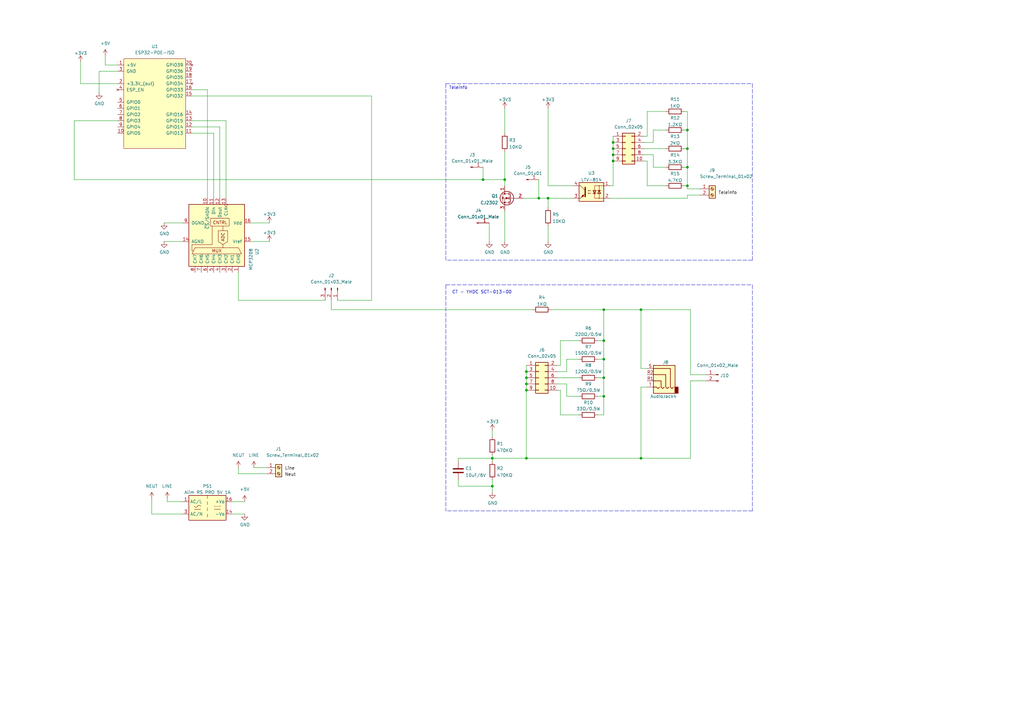
<source format=kicad_sch>
(kicad_sch (version 20211123) (generator eeschema)
  (paper "A3")
  (lib_symbols
    (symbol "Analog_ADC:MCP3208" (pin_names (offset 1.016))
      (property "Reference" "U" (at -5.08 13.335 0))
      (property "Value" "MCP3208" (at -5.08 11.43 0))
      (symbol "MCP3208_0_0"
        (text "ADC" (at -0.635 1.27 0) (effects (font (size 1.27 1.27))))
        (text "CNTRL" (at 5.969 -2.921 900) (effects (font (size 1.27 1.27)) (justify left bottom)))
        (text "MUX" (at -6.35 -1.27 900) (effects (font (size 1.27 1.27))))
      )
      (symbol "MCP3208_0_1"
        (polyline (pts (xy -3.81 1.27) (xy -5.08 1.27)))
        (polyline (pts (xy 1.905 1.27) (xy 3.81 1.27)))
        (polyline (pts (xy -7.62 8.89) (xy -7.62 -11.43) (xy -5.08 -10.16) (xy -5.08 7.62) (xy -7.62 8.89)))
        (polyline (pts (xy 3.81 -3.175) (xy -3.81 -3.175) (xy -3.81 -11.43) (xy -6.35 -11.43) (xy -6.35 -10.795)))
        (polyline (pts (xy 1.905 3.175) (xy 1.905 -0.635) (xy -2.54 -0.635) (xy -3.81 1.27) (xy -2.54 3.175) (xy 1.905 3.175)))
        (rectangle (start 3.81 -3.81) (end 6.985 3.81))
        (rectangle (start 12.7 -12.7) (end -12.7 10.16) (stroke (width 0.254)) (fill (type background)))
      )
      (symbol "MCP3208_1_1"
        (pin input line (at -15.24 7.62 0) (length 2.54) (name "CH0") (number "1"))
        (pin input line (at 15.24 -5.08 180) (length 2.54) (name "~{CS}/SHDN") (number "10"))
        (pin input line (at 15.24 -2.54 180) (length 2.54) (name "Din") (number "11"))
        (pin output line (at 15.24 0 180) (length 2.54) (name "Dout") (number "12"))
        (pin input clock (at 15.24 2.54 180) (length 2.54) (name "CLK") (number "13"))
        (pin power_in line (at -2.54 -15.24 90) (length 2.54) (name "AGND") (number "14"))
        (pin power_in line (at -2.54 12.7 270) (length 2.54) (name "Vref") (number "15"))
        (pin power_in line (at 5.08 12.7 270) (length 2.54) (name "Vdd") (number "16"))
        (pin input line (at -15.24 5.08 0) (length 2.54) (name "CH1") (number "2"))
        (pin input line (at -15.24 2.54 0) (length 2.54) (name "CH2") (number "3"))
        (pin input line (at -15.24 0 0) (length 2.54) (name "CH3") (number "4"))
        (pin input line (at -15.24 -2.54 0) (length 2.54) (name "CH4") (number "5"))
        (pin input line (at -15.24 -5.08 0) (length 2.54) (name "CH5") (number "6"))
        (pin input line (at -15.24 -7.62 0) (length 2.54) (name "CH6") (number "7"))
        (pin input line (at -15.24 -10.16 0) (length 2.54) (name "CH7") (number "8"))
        (pin power_in line (at 5.08 -15.24 90) (length 2.54) (name "DGND") (number "9"))
      )
    )
    (symbol "Connector:AudioJack4"
      (property "Reference" "J" (at 0 8.89 0))
      (property "Value" "AudioJack4" (at 0 6.35 0))
      (symbol "AudioJack4_0_1"
        (rectangle (start -6.35 -5.08) (end -7.62 -7.62) (stroke (width 0.254)) (fill (type outline)))
        (polyline (pts (xy 0 -5.08) (xy 0.635 -5.715) (xy 1.27 -5.08) (xy 2.54 -5.08)) (stroke (width 0.254)))
        (polyline (pts (xy -5.715 -5.08) (xy -5.08 -5.715) (xy -4.445 -5.08) (xy -4.445 2.54) (xy 2.54 2.54)) (stroke (width 0.254)))
        (polyline (pts (xy -1.905 -5.08) (xy -1.27 -5.715) (xy -0.635 -5.08) (xy -0.635 -2.54) (xy 2.54 -2.54)) (stroke (width 0.254)))
        (polyline (pts (xy 2.54 0) (xy -2.54 0) (xy -2.54 -5.08) (xy -3.175 -5.715) (xy -3.81 -5.08)) (stroke (width 0.254)))
        (rectangle (start 2.54 3.81) (end -6.35 -7.62) (stroke (width 0.254)) (fill (type background)))
      )
      (symbol "AudioJack4_1_1"
        (pin passive line (at 5.08 -2.54 180) (length 2.54) (name "~") (number "R1"))
        (pin passive line (at 5.08 0 180) (length 2.54) (name "~") (number "R2"))
        (pin passive line (at 5.08 2.54 180) (length 2.54) (name "~") (number "S"))
        (pin passive line (at 5.08 -5.08 180) (length 2.54) (name "~") (number "T"))
      )
    )
    (symbol "Connector:Conn_01x01_Male" (pin_names (offset 1.016) hide)
      (property "Reference" "J" (at 0 2.54 0))
      (property "Value" "Conn_01x01_Male" (at 0 -2.54 0))
      (symbol "Conn_01x01_Male_1_1"
        (polyline (pts (xy 1.27 0) (xy 0.8636 0)) (stroke (width 0.1524)))
        (rectangle (start 0.8636 0.127) (end 0 -0.127) (stroke (width 0.1524)) (fill (type outline)))
        (pin passive line (at 5.08 0 180) (length 3.81) (name "Pin_1") (number "1"))
      )
    )
    (symbol "Connector:Conn_01x02_Male" (pin_names (offset 1.016) hide)
      (property "Reference" "J" (at 0 2.54 0))
      (property "Value" "Conn_01x02_Male" (at 0 -5.08 0))
      (symbol "Conn_01x02_Male_1_1"
        (polyline (pts (xy 1.27 -2.54) (xy 0.8636 -2.54)) (stroke (width 0.1524)))
        (polyline (pts (xy 1.27 0) (xy 0.8636 0)) (stroke (width 0.1524)))
        (rectangle (start 0.8636 -2.413) (end 0 -2.667) (stroke (width 0.1524)) (fill (type outline)))
        (rectangle (start 0.8636 0.127) (end 0 -0.127) (stroke (width 0.1524)) (fill (type outline)))
        (pin passive line (at 5.08 0 180) (length 3.81) (name "Pin_1") (number "1"))
        (pin passive line (at 5.08 -2.54 180) (length 3.81) (name "Pin_2") (number "2"))
      )
    )
    (symbol "Connector:Conn_01x03_Male" (pin_names (offset 1.016) hide)
      (property "Reference" "J" (at 0 5.08 0))
      (property "Value" "Conn_01x03_Male" (at 0 -5.08 0))
      (symbol "Conn_01x03_Male_1_1"
        (polyline (pts (xy 1.27 -2.54) (xy 0.8636 -2.54)) (stroke (width 0.1524)))
        (polyline (pts (xy 1.27 0) (xy 0.8636 0)) (stroke (width 0.1524)))
        (polyline (pts (xy 1.27 2.54) (xy 0.8636 2.54)) (stroke (width 0.1524)))
        (rectangle (start 0.8636 -2.413) (end 0 -2.667) (stroke (width 0.1524)) (fill (type outline)))
        (rectangle (start 0.8636 0.127) (end 0 -0.127) (stroke (width 0.1524)) (fill (type outline)))
        (rectangle (start 0.8636 2.667) (end 0 2.413) (stroke (width 0.1524)) (fill (type outline)))
        (pin passive line (at 5.08 2.54 180) (length 3.81) (name "Pin_1") (number "1"))
        (pin passive line (at 5.08 0 180) (length 3.81) (name "Pin_2") (number "2"))
        (pin passive line (at 5.08 -2.54 180) (length 3.81) (name "Pin_3") (number "3"))
      )
    )
    (symbol "Connector:Screw_Terminal_01x02" (pin_names (offset 1.016) hide)
      (property "Reference" "J" (at 0 2.54 0))
      (property "Value" "Screw_Terminal_01x02" (at 0 -5.08 0))
      (symbol "Screw_Terminal_01x02_1_1"
        (rectangle (start -1.27 1.27) (end 1.27 -3.81) (stroke (width 0.254)) (fill (type background)))
        (circle (center 0 -2.54) (radius 0.635) (stroke (width 0.1524)))
        (polyline (pts (xy -0.5334 -2.2098) (xy 0.3302 -3.048)) (stroke (width 0.1524)))
        (polyline (pts (xy -0.5334 0.3302) (xy 0.3302 -0.508)) (stroke (width 0.1524)))
        (polyline (pts (xy -0.3556 -2.032) (xy 0.508 -2.8702)) (stroke (width 0.1524)))
        (polyline (pts (xy -0.3556 0.508) (xy 0.508 -0.3302)) (stroke (width 0.1524)))
        (circle (center 0 0) (radius 0.635) (stroke (width 0.1524)))
        (pin passive line (at -5.08 0 0) (length 3.81) (name "Pin_1") (number "1"))
        (pin passive line (at -5.08 -2.54 0) (length 3.81) (name "Pin_2") (number "2"))
      )
    )
    (symbol "Connector_Generic:Conn_02x05_Odd_Even" (pin_names (offset 1.016) hide)
      (property "Reference" "J" (at 1.27 7.62 0))
      (property "Value" "Conn_02x05_Odd_Even" (at 1.27 -7.62 0))
      (symbol "Conn_02x05_Odd_Even_1_1"
        (rectangle (start -1.27 -4.953) (end 0 -5.207) (stroke (width 0.1524)))
        (rectangle (start -1.27 -2.413) (end 0 -2.667) (stroke (width 0.1524)))
        (rectangle (start -1.27 0.127) (end 0 -0.127) (stroke (width 0.1524)))
        (rectangle (start -1.27 2.667) (end 0 2.413) (stroke (width 0.1524)))
        (rectangle (start -1.27 5.207) (end 0 4.953) (stroke (width 0.1524)))
        (rectangle (start -1.27 6.35) (end 3.81 -6.35) (stroke (width 0.254)) (fill (type background)))
        (rectangle (start 3.81 -4.953) (end 2.54 -5.207) (stroke (width 0.1524)))
        (rectangle (start 3.81 -2.413) (end 2.54 -2.667) (stroke (width 0.1524)))
        (rectangle (start 3.81 0.127) (end 2.54 -0.127) (stroke (width 0.1524)))
        (rectangle (start 3.81 2.667) (end 2.54 2.413) (stroke (width 0.1524)))
        (rectangle (start 3.81 5.207) (end 2.54 4.953) (stroke (width 0.1524)))
        (pin passive line (at -5.08 5.08 0) (length 3.81) (name "Pin_1") (number "1"))
        (pin passive line (at 7.62 -5.08 180) (length 3.81) (name "Pin_10") (number "10"))
        (pin passive line (at 7.62 5.08 180) (length 3.81) (name "Pin_2") (number "2"))
        (pin passive line (at -5.08 2.54 0) (length 3.81) (name "Pin_3") (number "3"))
        (pin passive line (at 7.62 2.54 180) (length 3.81) (name "Pin_4") (number "4"))
        (pin passive line (at -5.08 0 0) (length 3.81) (name "Pin_5") (number "5"))
        (pin passive line (at 7.62 0 180) (length 3.81) (name "Pin_6") (number "6"))
        (pin passive line (at -5.08 -2.54 0) (length 3.81) (name "Pin_7") (number "7"))
        (pin passive line (at 7.62 -2.54 180) (length 3.81) (name "Pin_8") (number "8"))
        (pin passive line (at -5.08 -5.08 0) (length 3.81) (name "Pin_9") (number "9"))
      )
    )
    (symbol "Converter_ACDC:IRM-03-5"
      (property "Reference" "PS" (at 0 6.35 0))
      (property "Value" "IRM-03-5" (at 0 -6.35 0))
      (symbol "IRM-03-5_0_1"
        (rectangle (start -7.62 5.08) (end 7.62 -5.08) (stroke (width 0.254)) (fill (type background)))
        (arc (start -5.334 0.635) (mid -4.699 0.2495) (end -4.064 0.635))
        (arc (start -2.794 0.635) (mid -3.429 1.0072) (end -4.064 0.635))
        (polyline (pts (xy -5.334 -0.635) (xy -2.794 -0.635)))
        (polyline (pts (xy 0 -2.54) (xy 0 -3.81)))
        (polyline (pts (xy 0 0) (xy 0 -1.27)))
        (polyline (pts (xy 0 2.54) (xy 0 1.27)))
        (polyline (pts (xy 0 5.08) (xy 0 3.81)))
        (polyline (pts (xy 2.794 -0.635) (xy 5.334 -0.635)))
        (polyline (pts (xy 2.794 0.635) (xy 3.302 0.635)))
        (polyline (pts (xy 3.81 0.635) (xy 4.318 0.635)))
        (polyline (pts (xy 4.826 0.635) (xy 5.334 0.635)))
      )
      (symbol "IRM-03-5_1_1"
        (pin power_in line (at -10.16 2.54 0) (length 2.54) (name "AC/L") (number "1"))
        (pin power_out line (at 10.16 -2.54 180) (length 2.54) (name "-Vo") (number "14"))
        (pin power_out line (at 10.16 2.54 180) (length 2.54) (name "+Vo") (number "16"))
        (pin power_in line (at -10.16 -2.54 0) (length 2.54) (name "AC/N") (number "3"))
        (pin no_connect line (at -7.62 0 0) (length 2.54) hide (name "NC") (number "5"))
      )
    )
    (symbol "Device:C" (pin_numbers hide) (pin_names (offset 0.254))
      (property "Reference" "C" (at 0.635 2.54 0))
      (property "Value" "C" (at 0.635 -2.54 0))
      (symbol "C_0_1"
        (polyline (pts (xy -2.032 -0.762) (xy 2.032 -0.762)) (stroke (width 0.508)))
        (polyline (pts (xy -2.032 0.762) (xy 2.032 0.762)) (stroke (width 0.508)))
      )
      (symbol "C_1_1"
        (pin passive line (at 0 3.81 270) (length 2.794) (name "~") (number "1"))
        (pin passive line (at 0 -3.81 90) (length 2.794) (name "~") (number "2"))
      )
    )
    (symbol "Device:R" (pin_numbers hide) (pin_names (offset 0))
      (property "Reference" "R" (at 2.032 0 90))
      (property "Value" "R" (at 0 0 90))
      (symbol "R_0_1"
        (rectangle (start -1.016 -2.54) (end 1.016 2.54) (stroke (width 0.254)))
      )
      (symbol "R_1_1"
        (pin passive line (at 0 3.81 270) (length 1.27) (name "~") (number "1"))
        (pin passive line (at 0 -3.81 90) (length 1.27) (name "~") (number "2"))
      )
    )
    (symbol "Isolator:LTV-814" (pin_names (offset 1.016))
      (property "Reference" "U" (at -5.08 5.08 0))
      (property "Value" "LTV-814" (at 0 5.08 0))
      (symbol "LTV-814_0_1"
        (rectangle (start -5.08 3.81) (end 5.08 -3.81) (stroke (width 0.254)) (fill (type background)))
        (circle (center -3.175 -2.54) (radius 0.127))
        (circle (center -3.175 2.54) (radius 0.127))
        (polyline (pts (xy -3.175 2.54) (xy -3.175 -2.54)))
        (polyline (pts (xy -1.905 -0.635) (xy -0.635 -0.635)) (stroke (width 0.254)))
        (polyline (pts (xy 2.54 0.635) (xy 4.445 2.54)))
        (polyline (pts (xy 4.445 -2.54) (xy 2.54 -0.635)) (fill (type outline)))
        (polyline (pts (xy 4.445 -2.54) (xy 5.08 -2.54)))
        (polyline (pts (xy 4.445 2.54) (xy 5.08 2.54)))
        (polyline (pts (xy -5.08 2.54) (xy -1.27 2.54) (xy -1.27 -0.762)))
        (polyline (pts (xy -1.27 -0.635) (xy -1.27 -2.54) (xy -5.08 -2.54)))
        (polyline (pts (xy 2.54 1.905) (xy 2.54 -1.905) (xy 2.54 -1.905)) (stroke (width 0.508)))
        (polyline (pts (xy -1.27 -0.635) (xy -1.905 0.635) (xy -0.635 0.635) (xy -1.27 -0.635)) (stroke (width 0.254)))
        (polyline (pts (xy 0.127 -0.508) (xy 1.397 -0.508) (xy 1.016 -0.635) (xy 1.016 -0.381) (xy 1.397 -0.508)))
        (polyline (pts (xy 0.127 0.508) (xy 1.397 0.508) (xy 1.016 0.381) (xy 1.016 0.635) (xy 1.397 0.508)))
        (polyline (pts (xy 3.048 -1.651) (xy 3.556 -1.143) (xy 4.064 -2.159) (xy 3.048 -1.651) (xy 3.048 -1.651)) (fill (type outline)))
      )
      (symbol "LTV-814_1_1"
        (polyline (pts (xy -3.81 0.635) (xy -2.54 0.635)) (stroke (width 0.254)))
        (polyline (pts (xy -3.175 0.635) (xy -3.81 -0.635) (xy -2.54 -0.635) (xy -3.175 0.635)) (stroke (width 0.254)))
        (pin passive line (at -7.62 2.54 0) (length 2.54) (name "~") (number "1"))
        (pin passive line (at -7.62 -2.54 0) (length 2.54) (name "~") (number "2"))
        (pin passive line (at 7.62 -2.54 180) (length 2.54) (name "~") (number "3"))
        (pin passive line (at 7.62 2.54 180) (length 2.54) (name "~") (number "4"))
      )
    )
    (symbol "Transistor_FET:BS170" (pin_names hide)
      (property "Reference" "Q" (at 5.08 1.905 0))
      (property "Value" "BS170" (at 5.08 0 0))
      (symbol "BS170_0_1"
        (polyline (pts (xy 0.254 0) (xy -2.54 0)))
        (polyline (pts (xy 0.254 1.905) (xy 0.254 -1.905)) (stroke (width 0.254)))
        (polyline (pts (xy 0.762 -1.27) (xy 0.762 -2.286)) (stroke (width 0.254)))
        (polyline (pts (xy 0.762 0.508) (xy 0.762 -0.508)) (stroke (width 0.254)))
        (polyline (pts (xy 0.762 2.286) (xy 0.762 1.27)) (stroke (width 0.254)))
        (polyline (pts (xy 2.54 2.54) (xy 2.54 1.778)))
        (polyline (pts (xy 2.54 -2.54) (xy 2.54 0) (xy 0.762 0)))
        (polyline (pts (xy 0.762 -1.778) (xy 3.302 -1.778) (xy 3.302 1.778) (xy 0.762 1.778)))
        (polyline (pts (xy 1.016 0) (xy 2.032 0.381) (xy 2.032 -0.381) (xy 1.016 0)) (fill (type outline)))
        (polyline (pts (xy 2.794 0.508) (xy 2.921 0.381) (xy 3.683 0.381) (xy 3.81 0.254)))
        (polyline (pts (xy 3.302 0.381) (xy 2.921 -0.254) (xy 3.683 -0.254) (xy 3.302 0.381)))
        (circle (center 1.651 0) (radius 2.794) (stroke (width 0.254)))
        (circle (center 2.54 -1.778) (radius 0.254) (fill (type outline)))
        (circle (center 2.54 1.778) (radius 0.254) (fill (type outline)))
      )
      (symbol "BS170_1_1"
        (pin passive line (at 2.54 5.08 270) (length 2.54) (name "D") (number "1"))
        (pin input line (at -5.08 0 0) (length 2.54) (name "G") (number "2"))
        (pin passive line (at 2.54 -5.08 90) (length 2.54) (name "S") (number "3"))
      )
    )
    (symbol "mylife-symbols:ESP32-POE-ISO" (pin_names (offset 1.016))
      (property "Reference" "U" (at 0 21.59 0))
      (property "Value" "ESP32-POE-ISO" (at 0 19.05 0))
      (symbol "ESP32-POE-ISO_0_1"
        (rectangle (start -12.7 17.78) (end 12.7 -19.05) (fill (type background)))
      )
      (symbol "ESP32-POE-ISO_1_1"
        (pin power_in line (at -15.24 15.24 0) (length 2.54) (name "+5V") (number "1"))
        (pin bidirectional line (at -15.24 -12.7 0) (length 2.54) (name "GPIO5") (number "10"))
        (pin bidirectional line (at 15.24 -12.7 180) (length 2.54) (name "GPIO13") (number "11"))
        (pin bidirectional line (at 15.24 -10.16 180) (length 2.54) (name "GPIO14") (number "12"))
        (pin bidirectional line (at 15.24 -7.62 180) (length 2.54) (name "GPIO15") (number "13"))
        (pin bidirectional line (at 15.24 -5.08 180) (length 2.54) (name "GPIO16") (number "14"))
        (pin bidirectional line (at 15.24 2.54 180) (length 2.54) (name "GPIO32") (number "15"))
        (pin bidirectional line (at 15.24 5.08 180) (length 2.54) (name "GPIO33") (number "16"))
        (pin no_connect line (at 15.24 7.62 180) (length 2.54) (name "GPIO34") (number "17"))
        (pin bidirectional line (at 15.24 10.16 180) (length 2.54) (name "GPIO35") (number "18"))
        (pin bidirectional line (at 15.24 12.7 180) (length 2.54) (name "GPIO36") (number "19"))
        (pin power_out line (at -15.24 7.62 0) (length 2.54) (name "+3.3V_(out)") (number "2"))
        (pin no_connect line (at 15.24 15.24 180) (length 2.54) (name "GPIO39") (number "20"))
        (pin power_in line (at -15.24 12.7 0) (length 2.54) (name "GND") (number "3"))
        (pin no_connect line (at -15.24 5.08 0) (length 2.54) (name "ESP_EN") (number "4"))
        (pin bidirectional line (at -15.24 0 0) (length 2.54) (name "GPIO0") (number "5"))
        (pin bidirectional line (at -15.24 -2.54 0) (length 2.54) (name "GPIO1") (number "6"))
        (pin bidirectional line (at -15.24 -5.08 0) (length 2.54) (name "GPIO2") (number "7"))
        (pin bidirectional line (at -15.24 -7.62 0) (length 2.54) (name "GPIO3") (number "8"))
        (pin bidirectional line (at -15.24 -10.16 0) (length 2.54) (name "GPIO4") (number "9"))
      )
    )
    (symbol "power:+3V3" (power) (pin_names (offset 0))
      (property "Value" "+3V3" (at 0 3.556 0))
      (symbol "+3V3_0_1"
        (polyline (pts (xy -0.762 1.27) (xy 0 2.54)))
        (polyline (pts (xy 0 0) (xy 0 2.54)))
        (polyline (pts (xy 0 2.54) (xy 0.762 1.27)))
      )
      (symbol "+3V3_1_1"
        (pin power_in line (at 0 0 90) (length 0) hide (name "+3V3") (number "1"))
      )
    )
    (symbol "power:+5V" (power) (pin_names (offset 0))
      (property "Value" "+5V" (at 0 3.556 0))
      (symbol "+5V_0_1"
        (polyline (pts (xy -0.762 1.27) (xy 0 2.54)))
        (polyline (pts (xy 0 0) (xy 0 2.54)))
        (polyline (pts (xy 0 2.54) (xy 0.762 1.27)))
      )
      (symbol "+5V_1_1"
        (pin power_in line (at 0 0 90) (length 0) hide (name "+5V") (number "1"))
      )
    )
    (symbol "power:GND" (power) (pin_names (offset 0))
      (property "Value" "GND" (at 0 -3.81 0))
      (symbol "GND_0_1"
        (polyline (pts (xy 0 0) (xy 0 -1.27) (xy 1.27 -1.27) (xy 0 -2.54) (xy -1.27 -1.27) (xy 0 -1.27)))
      )
      (symbol "GND_1_1"
        (pin power_in line (at 0 0 270) (length 0) hide (name "GND") (number "1"))
      )
    )
    (symbol "power:LINE" (power) (pin_names (offset 0))
      (property "Value" "LINE" (at 0 3.81 0))
      (symbol "LINE_0_1"
        (polyline (pts (xy -0.762 1.27) (xy 0 2.54)))
        (polyline (pts (xy 0 0) (xy 0 2.54)))
        (polyline (pts (xy 0 2.54) (xy 0.762 1.27)))
      )
      (symbol "LINE_1_1"
        (pin power_in line (at 0 0 90) (length 0) hide (name "LINE") (number "1"))
      )
    )
    (symbol "power:NEUT" (power) (pin_names (offset 0))
      (property "Value" "NEUT" (at 0 3.81 0))
      (symbol "NEUT_0_1"
        (polyline (pts (xy -0.762 1.27) (xy 0 2.54)))
        (polyline (pts (xy 0 0) (xy 0 2.54)))
        (polyline (pts (xy 0 2.54) (xy 0.762 1.27)))
      )
      (symbol "NEUT_1_1"
        (pin power_in line (at 0 0 90) (length 0) hide (name "NEUT") (number "1"))
      )
    )
  )
  (junction (at 201.93 187.96))
  (junction (at 247.65 139.7))
  (junction (at 207.01 73.66))
  (junction (at 247.65 127))
  (junction (at 247.65 162.56))
  (junction (at 251.46 58.42))
  (junction (at 215.9 160.02))
  (junction (at 251.46 60.96))
  (junction (at 201.93 199.39))
  (junction (at 262.89 127))
  (junction (at 198.12 73.66))
  (junction (at 281.94 76.2))
  (junction (at 215.9 152.4))
  (junction (at 247.65 154.94))
  (junction (at 251.46 63.5))
  (junction (at 215.9 154.94))
  (junction (at 281.94 53.34))
  (junction (at 251.46 66.04))
  (junction (at 281.94 60.96))
  (junction (at 215.9 187.96))
  (junction (at 224.79 81.28))
  (junction (at 247.65 147.32))
  (junction (at 262.89 187.96))
  (junction (at 215.9 157.48))
  (junction (at 281.94 68.58))
  (junction (at 220.98 81.28))
  (wire (pts (xy 264.16 66.04) (xy 265.43 66.04)))
  (wire (pts (xy 264.16 58.42) (xy 267.97 58.42)))
  (wire (pts (xy 109.22 194.31) (xy 97.79 194.31)))
  (polyline (pts (xy 182.88 116.84) (xy 308.61 116.84)))
  (wire (pts (xy 207.01 86.36) (xy 207.01 99.06)))
  (wire (pts (xy 262.89 158.75) (xy 262.89 187.96)))
  (wire (pts (xy 262.89 127) (xy 283.21 127)))
  (wire (pts (xy 245.11 170.18) (xy 247.65 170.18)))
  (wire (pts (xy 228.6 157.48) (xy 232.41 157.48)))
  (wire (pts (xy 97.79 123.19) (xy 133.35 123.19)))
  (wire (pts (xy 90.17 52.07) (xy 78.74 52.07)))
  (wire (pts (xy 78.74 39.37) (xy 152.4 39.37)))
  (wire (pts (xy 237.49 147.32) (xy 232.41 147.32)))
  (wire (pts (xy 228.6 152.4) (xy 232.41 152.4)))
  (wire (pts (xy 220.98 81.28) (xy 224.79 81.28)))
  (wire (pts (xy 280.67 76.2) (xy 281.94 76.2)))
  (wire (pts (xy 262.89 151.13) (xy 265.43 151.13)))
  (wire (pts (xy 207.01 44.45) (xy 207.01 54.61)))
  (wire (pts (xy 74.93 205.74) (xy 68.58 205.74)))
  (wire (pts (xy 215.9 149.86) (xy 215.9 152.4)))
  (wire (pts (xy 237.49 139.7) (xy 229.87 139.7)))
  (wire (pts (xy 92.71 49.53) (xy 78.74 49.53)))
  (wire (pts (xy 281.94 68.58) (xy 281.94 76.2)))
  (polyline (pts (xy 182.88 34.29) (xy 308.61 34.29)))
  (wire (pts (xy 85.09 36.83) (xy 85.09 81.28)))
  (wire (pts (xy 201.93 196.85) (xy 201.93 199.39)))
  (wire (pts (xy 245.11 139.7) (xy 247.65 139.7)))
  (wire (pts (xy 262.89 158.75) (xy 265.43 158.75)))
  (wire (pts (xy 262.89 127) (xy 262.89 151.13)))
  (polyline (pts (xy 182.88 116.84) (xy 182.88 209.55)))
  (wire (pts (xy 264.16 60.96) (xy 273.05 60.96)))
  (wire (pts (xy 74.93 99.06) (xy 67.31 99.06)))
  (wire (pts (xy 48.26 34.29) (xy 33.02 34.29)))
  (wire (pts (xy 280.67 68.58) (xy 281.94 68.58)))
  (wire (pts (xy 226.06 127) (xy 247.65 127)))
  (polyline (pts (xy 308.61 209.55) (xy 182.88 209.55)))
  (wire (pts (xy 245.11 147.32) (xy 247.65 147.32)))
  (wire (pts (xy 30.48 73.66) (xy 30.48 49.53)))
  (wire (pts (xy 187.96 187.96) (xy 187.96 189.23)))
  (polyline (pts (xy 182.88 34.29) (xy 182.88 106.68)))
  (wire (pts (xy 201.93 176.53) (xy 201.93 179.07)))
  (wire (pts (xy 232.41 162.56) (xy 237.49 162.56)))
  (wire (pts (xy 110.49 91.44) (xy 102.87 91.44)))
  (wire (pts (xy 234.95 81.28) (xy 224.79 81.28)))
  (wire (pts (xy 251.46 60.96) (xy 251.46 63.5)))
  (wire (pts (xy 283.21 156.21) (xy 283.21 187.96)))
  (wire (pts (xy 247.65 170.18) (xy 247.65 162.56)))
  (wire (pts (xy 228.6 154.94) (xy 237.49 154.94)))
  (wire (pts (xy 207.01 73.66) (xy 207.01 76.2)))
  (wire (pts (xy 95.25 210.82) (xy 100.33 210.82)))
  (wire (pts (xy 135.89 127) (xy 135.89 123.19)))
  (wire (pts (xy 281.94 77.47) (xy 287.02 77.47)))
  (wire (pts (xy 214.63 81.28) (xy 220.98 81.28)))
  (wire (pts (xy 280.67 60.96) (xy 281.94 60.96)))
  (wire (pts (xy 48.26 29.21) (xy 40.64 29.21)))
  (wire (pts (xy 62.23 210.82) (xy 62.23 204.47)))
  (wire (pts (xy 215.9 157.48) (xy 215.9 160.02)))
  (wire (pts (xy 224.79 92.71) (xy 224.79 99.06)))
  (wire (pts (xy 250.19 76.2) (xy 251.46 76.2)))
  (wire (pts (xy 283.21 153.67) (xy 283.21 127)))
  (wire (pts (xy 251.46 76.2) (xy 251.46 66.04)))
  (wire (pts (xy 289.56 156.21) (xy 283.21 156.21)))
  (wire (pts (xy 250.19 81.28) (xy 281.94 81.28)))
  (wire (pts (xy 201.93 199.39) (xy 187.96 199.39)))
  (wire (pts (xy 135.89 127) (xy 218.44 127)))
  (wire (pts (xy 33.02 34.29) (xy 33.02 25.4)))
  (wire (pts (xy 201.93 199.39) (xy 201.93 201.93)))
  (wire (pts (xy 229.87 139.7) (xy 229.87 149.86)))
  (wire (pts (xy 280.67 45.72) (xy 281.94 45.72)))
  (wire (pts (xy 280.67 53.34) (xy 281.94 53.34)))
  (wire (pts (xy 215.9 152.4) (xy 215.9 154.94)))
  (wire (pts (xy 251.46 55.88) (xy 251.46 58.42)))
  (wire (pts (xy 30.48 49.53) (xy 48.26 49.53)))
  (wire (pts (xy 215.9 187.96) (xy 262.89 187.96)))
  (wire (pts (xy 201.93 186.69) (xy 201.93 187.96)))
  (wire (pts (xy 267.97 53.34) (xy 267.97 58.42)))
  (wire (pts (xy 201.93 187.96) (xy 215.9 187.96)))
  (wire (pts (xy 207.01 62.23) (xy 207.01 73.66)))
  (wire (pts (xy 104.14 191.77) (xy 109.22 191.77)))
  (wire (pts (xy 92.71 81.28) (xy 92.71 49.53)))
  (wire (pts (xy 200.66 91.44) (xy 200.66 99.06)))
  (wire (pts (xy 110.49 99.06) (xy 102.87 99.06)))
  (wire (pts (xy 87.63 81.28) (xy 87.63 54.61)))
  (wire (pts (xy 247.65 127) (xy 247.65 139.7)))
  (wire (pts (xy 264.16 55.88) (xy 265.43 55.88)))
  (wire (pts (xy 247.65 139.7) (xy 247.65 147.32)))
  (wire (pts (xy 265.43 66.04) (xy 265.43 76.2)))
  (wire (pts (xy 281.94 45.72) (xy 281.94 53.34)))
  (wire (pts (xy 95.25 205.74) (xy 100.33 205.74)))
  (wire (pts (xy 267.97 68.58) (xy 273.05 68.58)))
  (wire (pts (xy 224.79 81.28) (xy 224.79 85.09)))
  (wire (pts (xy 281.94 80.01) (xy 281.94 81.28)))
  (wire (pts (xy 267.97 63.5) (xy 267.97 68.58)))
  (wire (pts (xy 152.4 39.37) (xy 152.4 123.19)))
  (polyline (pts (xy 308.61 116.84) (xy 308.61 209.55)))
  (wire (pts (xy 264.16 63.5) (xy 267.97 63.5)))
  (wire (pts (xy 74.93 91.44) (xy 67.31 91.44)))
  (wire (pts (xy 251.46 58.42) (xy 251.46 60.96)))
  (wire (pts (xy 281.94 60.96) (xy 281.94 68.58)))
  (wire (pts (xy 245.11 154.94) (xy 247.65 154.94)))
  (wire (pts (xy 281.94 76.2) (xy 281.94 77.47)))
  (wire (pts (xy 74.93 210.82) (xy 62.23 210.82)))
  (wire (pts (xy 215.9 160.02) (xy 215.9 187.96)))
  (wire (pts (xy 247.65 162.56) (xy 245.11 162.56)))
  (polyline (pts (xy 308.61 34.29) (xy 308.61 106.68)))
  (wire (pts (xy 228.6 160.02) (xy 229.87 160.02)))
  (wire (pts (xy 201.93 187.96) (xy 201.93 189.23)))
  (wire (pts (xy 287.02 80.01) (xy 281.94 80.01)))
  (polyline (pts (xy 308.61 106.68) (xy 182.88 106.68)))
  (wire (pts (xy 43.18 26.67) (xy 43.18 22.86)))
  (wire (pts (xy 265.43 45.72) (xy 265.43 55.88)))
  (wire (pts (xy 40.64 29.21) (xy 40.64 38.1)))
  (wire (pts (xy 48.26 26.67) (xy 43.18 26.67)))
  (wire (pts (xy 87.63 54.61) (xy 78.74 54.61)))
  (wire (pts (xy 232.41 157.48) (xy 232.41 162.56)))
  (wire (pts (xy 215.9 154.94) (xy 215.9 157.48)))
  (wire (pts (xy 229.87 160.02) (xy 229.87 170.18)))
  (wire (pts (xy 247.65 147.32) (xy 247.65 154.94)))
  (wire (pts (xy 247.65 154.94) (xy 247.65 162.56)))
  (wire (pts (xy 262.89 187.96) (xy 283.21 187.96)))
  (wire (pts (xy 187.96 187.96) (xy 201.93 187.96)))
  (wire (pts (xy 97.79 111.76) (xy 97.79 123.19)))
  (wire (pts (xy 220.98 73.66) (xy 220.98 81.28)))
  (wire (pts (xy 224.79 76.2) (xy 234.95 76.2)))
  (wire (pts (xy 247.65 127) (xy 262.89 127)))
  (wire (pts (xy 228.6 149.86) (xy 229.87 149.86)))
  (wire (pts (xy 85.09 36.83) (xy 78.74 36.83)))
  (wire (pts (xy 251.46 63.5) (xy 251.46 66.04)))
  (wire (pts (xy 198.12 68.58) (xy 198.12 73.66)))
  (wire (pts (xy 273.05 45.72) (xy 265.43 45.72)))
  (wire (pts (xy 224.79 44.45) (xy 224.79 76.2)))
  (wire (pts (xy 232.41 147.32) (xy 232.41 152.4)))
  (wire (pts (xy 229.87 170.18) (xy 237.49 170.18)))
  (wire (pts (xy 289.56 153.67) (xy 283.21 153.67)))
  (wire (pts (xy 265.43 76.2) (xy 273.05 76.2)))
  (wire (pts (xy 281.94 53.34) (xy 281.94 60.96)))
  (wire (pts (xy 138.43 123.19) (xy 152.4 123.19)))
  (wire (pts (xy 198.12 73.66) (xy 207.01 73.66)))
  (wire (pts (xy 30.48 73.66) (xy 198.12 73.66)))
  (wire (pts (xy 187.96 196.85) (xy 187.96 199.39)))
  (wire (pts (xy 97.79 194.31) (xy 97.79 191.77)))
  (wire (pts (xy 68.58 204.47) (xy 68.58 205.74)))
  (wire (pts (xy 90.17 81.28) (xy 90.17 52.07)))
  (wire (pts (xy 273.05 53.34) (xy 267.97 53.34)))
  (text "Teleinfo" (at 184.15 36.83 0) (effects (font (size 1.27 1.27)) (justify left bottom)))
  (text "CT - YHDC SCT-013-00" (at 185.42 120.65 0) (effects (font (size 1.27 1.27)) (justify left bottom)))
  (label "Neut" (at 116.84 195.58 0))
  (label "Teleinfo" (at 294.64 80.01 0))
  (label "Line" (at 116.84 193.04 0))
  (symbol (lib_id "Device:R") (at 276.86 53.34 270) (unit 1)
    (property "Reference" "R12" (at 276.86 48.3575 90))
    (property "Value" "1.2KΩ" (at 276.86 51.1326 90))
    (property "Footprint" "Resistor_SMD:R_0603_1608Metric" (effects hide))
    (property "Datasheet" "https://datasheet.lcsc.com/lcsc/2206010130_UNI-ROYAL-Uniroyal-Elec-0603WAF1201T5E_C22765.pdf" (effects hide))
    (property "LCSC" "C22765" (effects hide))
  )
  (symbol (lib_id "Device:R") (at 224.79 88.9 180) (unit 1)
    (property "Reference" "R5" (at 226.568 87.9915 0) (effects (justify right)))
    (property "Value" "10KΩ" (at 226.568 90.7666 0) (effects (justify right)))
    (property "Footprint" "Resistor_SMD:R_0603_1608Metric" (effects hide))
    (property "Datasheet" "https://datasheet.lcsc.com/lcsc/1811062009_UNI-ROYAL-Uniroyal-Elec-0603WAF1002T5E_C25804.pdf" (effects hide))
    (property "LCSC" "C25804" (effects hide))
  )
  (symbol (lib_id "power:+5V") (at 100.33 205.74 0) (unit 1)
    (property "Reference" "#PWR09" (effects hide))
    (property "Value" "+5V" (at 100.33 200.66 0))
  )
  (symbol (lib_id "power:+5V") (at 43.18 22.86 0) (unit 1)
    (property "Reference" "#PWR03" (effects hide))
    (property "Value" "+5V" (at 43.18 17.78 0))
  )
  (symbol (lib_id "power:+3V3") (at 207.01 44.45 0) (unit 1)
    (property "Reference" "#PWR017" (effects hide))
    (property "Value" "+3V3" (at 207.01 40.8455 0))
  )
  (symbol (lib_id "power:+3V3") (at 224.79 44.45 0) (unit 1)
    (property "Reference" "#PWR019" (effects hide))
    (property "Value" "+3V3" (at 224.79 40.8455 0))
  )
  (symbol (lib_id "Analog_ADC:MCP3208") (at 90.17 96.52 270) (mirror x) (unit 1)
    (property "Reference" "U2" (at 105.41 101.8287 0) (effects (justify right)))
    (property "Value" "MCP3208" (at 102.87 101.8287 0) (effects (justify right)))
    (property "Footprint" "Package_SO:SOIC-16_3.9x9.9mm_P1.27mm" (effects hide))
    (property "Datasheet" "http://ww1.microchip.com/downloads/en/DeviceDoc/21298c.pdf" (effects hide))
    (property "LCSC" "C16939" (effects hide))
  )
  (symbol (lib_id "Device:R") (at 241.3 147.32 270) (unit 1)
    (property "Reference" "R7" (at 241.3 142.24 90))
    (property "Value" "150Ω/0.5W" (at 241.3 144.78 90))
    (property "Footprint" "Resistor_SMD:R_0805_2012Metric" (effects hide))
    (property "Datasheet" "https://datasheet.lcsc.com/lcsc/2007231205_UNI-ROYAL-Uniroyal-Elec-AS05W2J0151T5E_C560494.pdf" (effects hide))
    (property "LCSC" "C560494" (effects hide))
  )
  (symbol (lib_id "power:GND") (at 100.33 210.82 0) (unit 1)
    (property "Reference" "#PWR010" (effects hide))
    (property "Value" "GND" (at 100.457 215.2142 0))
  )
  (symbol (lib_id "power:GND") (at 207.01 99.06 0) (unit 1)
    (property "Reference" "#PWR018" (effects hide))
    (property "Value" "GND" (at 207.137 103.4542 0))
  )
  (symbol (lib_id "Device:R") (at 241.3 162.56 270) (unit 1)
    (property "Reference" "R9" (at 241.3 157.48 90))
    (property "Value" "75Ω/0.5W" (at 241.3 160.02 90))
    (property "Footprint" "Resistor_SMD:R_0805_2012Metric" (effects hide))
    (property "Datasheet" "https://jlcpcb.com/partdetail/Panasonic-ERJP06J750V/C441944" (effects hide))
    (property "LCSC" "C441944" (effects hide))
  )
  (symbol (lib_id "Device:R") (at 276.86 76.2 270) (unit 1)
    (property "Reference" "R15" (at 276.86 71.2175 90))
    (property "Value" "4.7KΩ" (at 276.86 73.9926 90))
    (property "Footprint" "Resistor_SMD:R_0603_1608Metric" (effects hide))
    (property "Datasheet" "https://datasheet.lcsc.com/lcsc/2206010116_UNI-ROYAL-Uniroyal-Elec-0603WAF4701T5E_C23162.pdf" (effects hide))
    (property "LCSC" "C23162" (effects hide))
  )
  (symbol (lib_id "power:GND") (at 40.64 38.1 0) (unit 1)
    (property "Reference" "#PWR02" (effects hide))
    (property "Value" "GND" (at 40.767 42.4942 0))
  )
  (symbol (lib_id "Device:R") (at 201.93 193.04 180) (unit 1)
    (property "Reference" "R2" (at 203.708 192.1315 0) (effects (justify right)))
    (property "Value" "470KΩ" (at 203.708 194.9066 0) (effects (justify right)))
    (property "Footprint" "Resistor_SMD:R_0603_1608Metric" (effects hide))
    (property "Datasheet" "https://datasheet.lcsc.com/lcsc/2206010116_UNI-ROYAL-Uniroyal-Elec-0603WAF4703T5E_C23178.pdf" (effects hide))
    (property "LCSC" "C23178" (effects hide))
  )
  (symbol (lib_id "power:+3V3") (at 201.93 176.53 0) (unit 1)
    (property "Reference" "#PWR015" (effects hide))
    (property "Value" "+3V3" (at 201.93 172.9255 0))
  )
  (symbol (lib_id "Device:R") (at 276.86 68.58 270) (unit 1)
    (property "Reference" "R14" (at 276.86 63.5975 90))
    (property "Value" "3.3KΩ" (at 276.86 66.3726 90))
    (property "Footprint" "Resistor_SMD:R_0603_1608Metric" (effects hide))
    (property "Datasheet" "https://datasheet.lcsc.com/lcsc/2206010116_UNI-ROYAL-Uniroyal-Elec-0603WAF3301T5E_C22978.pdf" (effects hide))
    (property "LCSC" "C22978" (effects hide))
  )
  (symbol (lib_id "Connector_Generic:Conn_02x05_Odd_Even") (at 220.98 154.94 0) (unit 1)
    (property "Reference" "J6" (at 222.25 143.51 0))
    (property "Value" "Conn_02x05" (at 222.25 146.05 0))
    (property "Footprint" "Connector_PinHeader_2.54mm:PinHeader_2x05_P2.54mm_Vertical" (effects hide))
  )
  (symbol (lib_id "power:GND") (at 67.31 91.44 0) (unit 1)
    (property "Reference" "#PWR05" (effects hide))
    (property "Value" "GND" (at 67.437 95.8342 0))
  )
  (symbol (lib_id "mylife-symbols:ESP32-POE-ISO") (at 63.5 41.91 0) (unit 1)
    (property "Reference" "U1" (at 63.5 19.05 0))
    (property "Value" "ESP32-POE-ISO" (at 63.5 21.59 0))
    (property "Datasheet" "https://www.olimex.com/Products/IoT/ESP32/ESP32-POE-ISO/open-source-hardware" (effects hide))
  )
  (symbol (lib_id "Connector:Conn_01x01_Male") (at 195.58 91.44 0) (unit 1)
    (property "Reference" "J4" (at 196.215 86.36 0))
    (property "Value" "Conn_01x01_Male" (at 196.215 88.9 0))
    (property "Footprint" "Connector_PinHeader_2.54mm:PinHeader_1x01_P2.54mm_Vertical" (effects hide))
  )
  (symbol (lib_id "Connector:Conn_01x03_Male") (at 135.89 118.11 270) (unit 1)
    (property "Reference" "J2" (at 135.89 113.03 90))
    (property "Value" "Conn_01x03_Male" (at 135.89 115.57 90))
    (property "Footprint" "Connector_PinHeader_2.54mm:PinHeader_1x03_P2.54mm_Vertical" (effects hide))
  )
  (symbol (lib_id "power:+3V3") (at 110.49 91.44 0) (unit 1)
    (property "Reference" "#PWR012" (effects hide))
    (property "Value" "+3V3" (at 110.49 87.8355 0))
  )
  (symbol (lib_id "Connector:Conn_01x01_Male") (at 215.9 73.66 0) (unit 1)
    (property "Reference" "J5" (at 216.535 68.58 0))
    (property "Value" "Conn_01x01" (at 216.535 71.12 0))
    (property "Footprint" "Connector_PinHeader_2.54mm:PinHeader_1x01_P2.54mm_Vertical" (effects hide))
  )
  (symbol (lib_id "power:+3V3") (at 33.02 25.4 0) (unit 1)
    (property "Reference" "#PWR01" (effects hide))
    (property "Value" "+3V3" (at 33.02 21.7955 0))
  )
  (symbol (lib_id "power:GND") (at 67.31 99.06 0) (unit 1)
    (property "Reference" "#PWR06" (effects hide))
    (property "Value" "GND" (at 67.437 103.4542 0))
  )
  (symbol (lib_id "Device:R") (at 241.3 154.94 270) (unit 1)
    (property "Reference" "R8" (at 241.3 149.86 90))
    (property "Value" "120Ω/0.5W" (at 241.3 152.4 90))
    (property "Footprint" "Resistor_SMD:R_0805_2012Metric" (effects hide))
    (property "Datasheet" "https://datasheet.lcsc.com/lcsc/2012181744_UNI-ROYAL-Uniroyal-Elec-AS05W2J0121T5E_C966144.pdf" (effects hide))
    (property "LCSC" "C966144" (effects hide))
  )
  (symbol (lib_id "Device:R") (at 207.01 58.42 180) (unit 1)
    (property "Reference" "R3" (at 208.788 57.5115 0) (effects (justify right)))
    (property "Value" "10KΩ" (at 208.788 60.2866 0) (effects (justify right)))
    (property "Footprint" "Resistor_SMD:R_0603_1608Metric" (effects hide))
    (property "Datasheet" "https://datasheet.lcsc.com/lcsc/1811062009_UNI-ROYAL-Uniroyal-Elec-0603WAF1002T5E_C25804.pdf" (effects hide))
    (property "LCSC" "C25804" (effects hide))
  )
  (symbol (lib_id "Device:C") (at 187.96 193.04 0) (unit 1)
    (property "Reference" "C1" (at 190.881 192.1315 0) (effects (justify left)))
    (property "Value" "10uF/6V" (at 190.881 194.9066 0) (effects (justify left)))
    (property "Footprint" "Resistor_SMD:R_0603_1608Metric" (effects hide))
    (property "Datasheet" "https://datasheet.lcsc.com/lcsc/1811110921_Samsung-Electro-Mechanics-CL10A106MA8NRNC_C96446.pdf" (effects hide))
    (property "LCSC" "C96446" (effects hide))
  )
  (symbol (lib_id "Device:R") (at 222.25 127 90) (unit 1)
    (property "Reference" "R4" (at 222.25 122.0175 90))
    (property "Value" "1KΩ" (at 222.25 124.7926 90))
    (property "Footprint" "Resistor_SMD:R_0603_1608Metric" (effects hide))
    (property "Datasheet" "https://datasheet.lcsc.com/lcsc/2206010130_UNI-ROYAL-Uniroyal-Elec-0603WAF1001T5E_C21190.pdf" (effects hide))
    (property "LCSC" "C21190" (effects hide))
  )
  (symbol (lib_id "Isolator:LTV-814") (at 242.57 78.74 0) (mirror y) (unit 1)
    (property "Reference" "U3" (at 242.57 70.9635 0))
    (property "Value" "LTV-814" (at 242.57 73.7386 0))
    (property "Footprint" "Package_DIP:SMDIP-4_W7.62mm" (effects hide))
    (property "Datasheet" "https://datasheet.lcsc.com/lcsc/1811092004_Lite-On-LTV-814S-TA1_C125118.pdf" (effects hide))
    (property "LCSC" "C125118" (effects hide))
  )
  (symbol (lib_id "Transistor_FET:BS170") (at 209.55 81.28 0) (mirror y) (unit 1)
    (property "Reference" "Q1" (at 204.3431 80.3715 0) (effects (justify left)))
    (property "Value" "CJ2302" (at 204.3431 83.1466 0) (effects (justify left)))
    (property "Footprint" "Package_TO_SOT_SMD:SOT-23" (effects hide))
    (property "Datasheet" "https://datasheet.lcsc.com/lcsc/2111241030_Jiangsu-Changjing-Electronics-Technology-Co---Ltd--CJ2302_C2910175.pdf" (effects hide))
    (property "LCSC" "C2910175" (effects hide))
  )
  (symbol (lib_id "power:GND") (at 201.93 201.93 0) (unit 1)
    (property "Reference" "#PWR016" (effects hide))
    (property "Value" "GND" (at 202.057 206.3242 0))
  )
  (symbol (lib_id "Connector:AudioJack4") (at 270.51 153.67 0) (mirror y) (unit 1)
    (property "Reference" "J8" (at 271.78 148.59 0) (effects (justify right)))
    (property "Value" "AudioJack4" (at 266.7 162.56 0) (effects (justify right)))
    (property "Footprint" "Connector_Audio:Jack_3.5mm_PJ320D_Horizontal" (effects hide))
    (property "Datasheet" "https://datasheet.lcsc.com/lcsc/2005041005_USAKRO-PJ-320D_C521460.pdf" (effects hide))
    (property "LCSC" "C521460" (effects hide))
  )
  (symbol (lib_id "Connector:Screw_Terminal_01x02") (at 114.3 191.77 0) (unit 1)
    (property "Reference" "J1" (at 113.03 184.15 0) (effects (justify left)))
    (property "Value" "Screw_Terminal_01x02" (at 109.22 186.69 0) (effects (justify left)))
    (property "Footprint" "TerminalBlock:TerminalBlock_bornier-2_P5.08mm" (effects hide))
  )
  (symbol (lib_id "power:NEUT") (at 97.79 191.77 0) (unit 1)
    (property "Reference" "#PWR08" (effects hide))
    (property "Value" "NEUT" (at 97.79 186.69 0))
  )
  (symbol (lib_id "power:LINE") (at 68.58 204.47 0) (unit 1)
    (property "Reference" "#PWR07" (effects hide))
    (property "Value" "LINE" (at 68.58 199.39 0))
  )
  (symbol (lib_id "Device:R") (at 276.86 45.72 270) (unit 1)
    (property "Reference" "R11" (at 276.86 40.7375 90))
    (property "Value" "1KΩ" (at 276.86 43.5126 90))
    (property "Footprint" "Resistor_SMD:R_0603_1608Metric" (effects hide))
    (property "Datasheet" "https://datasheet.lcsc.com/lcsc/2206010130_UNI-ROYAL-Uniroyal-Elec-0603WAF1001T5E_C21190.pdf" (effects hide))
    (property "LCSC" "C21190" (effects hide))
  )
  (symbol (lib_id "power:NEUT") (at 62.23 204.47 0) (unit 1)
    (property "Reference" "#PWR04" (effects hide))
    (property "Value" "NEUT" (at 62.23 199.39 0))
  )
  (symbol (lib_id "Device:R") (at 241.3 139.7 270) (unit 1)
    (property "Reference" "R6" (at 241.3 134.62 90))
    (property "Value" "220Ω/0.5W" (at 241.3 137.16 90))
    (property "Footprint" "Resistor_SMD:R_0805_2012Metric" (effects hide))
    (property "Datasheet" "https://datasheet.lcsc.com/lcsc/2012181744_UNI-ROYAL-Uniroyal-Elec-AS05W2J0221T5E_C966130.pdf" (effects hide))
    (property "LCSC" "C966130" (effects hide))
  )
  (symbol (lib_id "Connector:Conn_01x01_Male") (at 193.04 68.58 0) (unit 1)
    (property "Reference" "J3" (at 193.675 63.5 0))
    (property "Value" "Conn_01x01_Male" (at 193.675 66.04 0))
    (property "Footprint" "Connector_PinHeader_2.54mm:PinHeader_1x01_P2.54mm_Vertical" (effects hide))
  )
  (symbol (lib_id "Connector_Generic:Conn_02x05_Odd_Even") (at 256.54 60.96 0) (unit 1)
    (property "Reference" "J7" (at 257.81 49.53 0))
    (property "Value" "Conn_02x05" (at 257.81 52.07 0))
    (property "Footprint" "Connector_PinHeader_2.54mm:PinHeader_2x05_P2.54mm_Vertical" (effects hide))
  )
  (symbol (lib_id "power:GND") (at 224.79 99.06 0) (unit 1)
    (property "Reference" "#PWR020" (effects hide))
    (property "Value" "GND" (at 224.917 103.4542 0))
  )
  (symbol (lib_id "power:GND") (at 200.66 99.06 0) (unit 1)
    (property "Reference" "#PWR014" (effects hide))
    (property "Value" "GND" (at 200.787 103.4542 0))
  )
  (symbol (lib_id "power:LINE") (at 104.14 191.77 0) (unit 1)
    (property "Reference" "#PWR011" (effects hide))
    (property "Value" "LINE" (at 104.14 186.69 0))
  )
  (symbol (lib_id "Device:R") (at 241.3 170.18 270) (unit 1)
    (property "Reference" "R10" (at 241.3 165.1 90))
    (property "Value" "33Ω/0.5W" (at 241.3 167.64 90))
    (property "Footprint" "Resistor_SMD:R_0805_2012Metric" (effects hide))
    (property "Datasheet" "https://datasheet.lcsc.com/lcsc/2007231205_UNI-ROYAL-Uniroyal-Elec-AS05W2J0330T5E_C560522.pdf" (effects hide))
    (property "LCSC" "C560522" (effects hide))
  )
  (symbol (lib_id "Converter_ACDC:IRM-03-5") (at 85.09 208.28 0) (unit 1)
    (property "Reference" "PS1" (at 85.09 199.39 0))
    (property "Value" "Alim RS PRO 5V 1A" (at 85.09 201.93 0))
    (property "Footprint" "Converter_ACDC:Converter_ACDC_MeanWell_IRM-03-xx_THT" (effects hide))
    (property "Datasheet" "https://docs.rs-online.com/6ace/0900766b816b4d25.pdf" (effects hide))
  )
  (symbol (lib_id "Device:R") (at 201.93 182.88 180) (unit 1)
    (property "Reference" "R1" (at 203.708 181.9715 0) (effects (justify right)))
    (property "Value" "470KΩ" (at 203.708 184.7466 0) (effects (justify right)))
    (property "Footprint" "Resistor_SMD:R_0603_1608Metric" (effects hide))
    (property "Datasheet" "https://datasheet.lcsc.com/lcsc/2206010116_UNI-ROYAL-Uniroyal-Elec-0603WAF4703T5E_C23178.pdf" (effects hide))
    (property "LCSC" "C23178" (effects hide))
  )
  (symbol (lib_id "Connector:Conn_01x02_Male") (at 294.64 153.67 0) (mirror y) (unit 1)
    (property "Reference" "J10" (at 295.3512 154.0315 0) (effects (justify right)))
    (property "Value" "Conn_01x02_Male" (at 285.75 149.86 0) (effects (justify right)))
    (property "Footprint" "Connector_PinHeader_2.54mm:PinHeader_1x02_P2.54mm_Vertical" (effects hide))
  )
  (symbol (lib_id "Device:R") (at 276.86 60.96 270) (unit 1)
    (property "Reference" "R13" (at 276.86 55.9775 90))
    (property "Value" "2KΩ" (at 276.86 58.7526 90))
    (property "Footprint" "Resistor_SMD:R_0603_1608Metric" (effects hide))
    (property "Datasheet" "https://datasheet.lcsc.com/lcsc/2206010116_UNI-ROYAL-Uniroyal-Elec-0603WAF2001T5E_C22975.pdf" (effects hide))
    (property "LCSC" "C22975" (effects hide))
  )
  (symbol (lib_id "Connector:Screw_Terminal_01x02") (at 292.1 77.47 0) (unit 1)
    (property "Reference" "J9" (at 290.83 69.85 0) (effects (justify left)))
    (property "Value" "Screw_Terminal_01x02" (at 287.02 72.39 0) (effects (justify left)))
    (property "Footprint" "TerminalBlock:TerminalBlock_bornier-2_P5.08mm" (effects hide))
  )
  (symbol (lib_id "power:+3V3") (at 110.49 99.06 0) (unit 1)
    (property "Reference" "#PWR013" (effects hide))
    (property "Value" "+3V3" (at 110.49 95.4555 0))
  )
)
</source>
